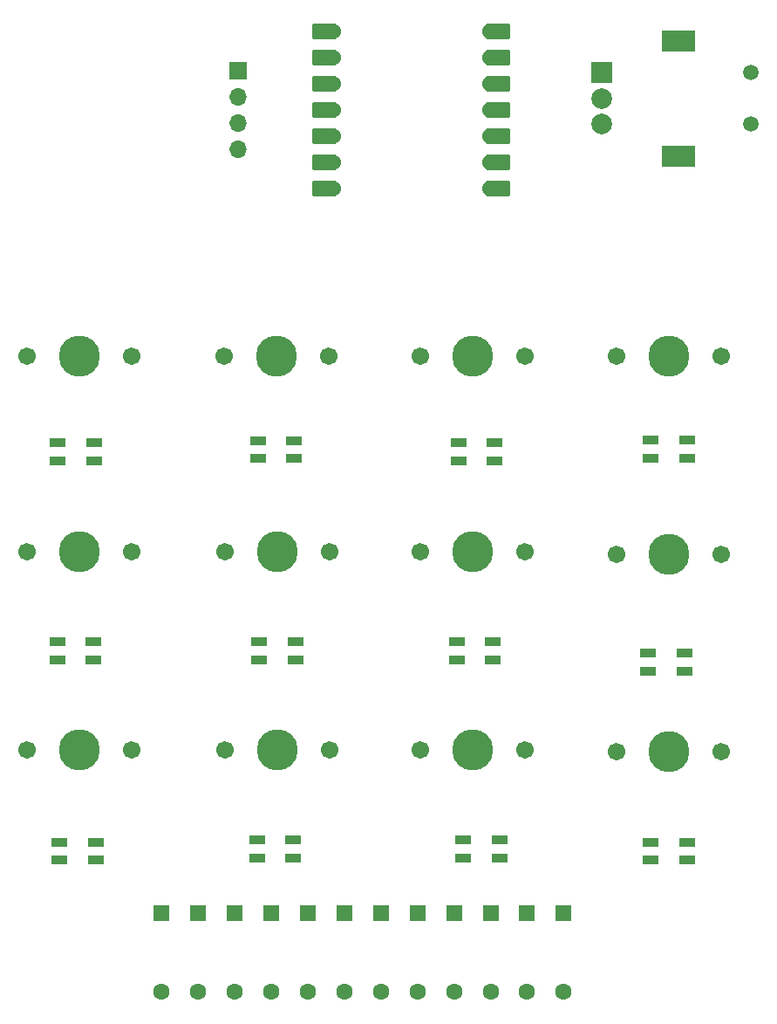
<source format=gbr>
%TF.GenerationSoftware,KiCad,Pcbnew,9.0.2-2.fc42*%
%TF.CreationDate,2025-06-07T11:28:53-05:00*%
%TF.ProjectId,macro_pad,6d616372-6f5f-4706-9164-2e6b69636164,rev?*%
%TF.SameCoordinates,Original*%
%TF.FileFunction,Soldermask,Top*%
%TF.FilePolarity,Negative*%
%FSLAX46Y46*%
G04 Gerber Fmt 4.6, Leading zero omitted, Abs format (unit mm)*
G04 Created by KiCad (PCBNEW 9.0.2-2.fc42) date 2025-06-07 11:28:53*
%MOMM*%
%LPD*%
G01*
G04 APERTURE LIST*
G04 Aperture macros list*
%AMRoundRect*
0 Rectangle with rounded corners*
0 $1 Rounding radius*
0 $2 $3 $4 $5 $6 $7 $8 $9 X,Y pos of 4 corners*
0 Add a 4 corners polygon primitive as box body*
4,1,4,$2,$3,$4,$5,$6,$7,$8,$9,$2,$3,0*
0 Add four circle primitives for the rounded corners*
1,1,$1+$1,$2,$3*
1,1,$1+$1,$4,$5*
1,1,$1+$1,$6,$7*
1,1,$1+$1,$8,$9*
0 Add four rect primitives between the rounded corners*
20,1,$1+$1,$2,$3,$4,$5,0*
20,1,$1+$1,$4,$5,$6,$7,0*
20,1,$1+$1,$6,$7,$8,$9,0*
20,1,$1+$1,$8,$9,$2,$3,0*%
G04 Aperture macros list end*
%ADD10C,1.500000*%
%ADD11R,2.000000X2.000000*%
%ADD12C,2.000000*%
%ADD13R,3.200000X2.000000*%
%ADD14RoundRect,0.152400X1.063600X0.609600X-1.063600X0.609600X-1.063600X-0.609600X1.063600X-0.609600X0*%
%ADD15C,1.524000*%
%ADD16RoundRect,0.152400X-1.063600X-0.609600X1.063600X-0.609600X1.063600X0.609600X-1.063600X0.609600X0*%
%ADD17C,1.701800*%
%ADD18C,3.987800*%
%ADD19R,1.700000X1.700000*%
%ADD20O,1.700000X1.700000*%
%ADD21RoundRect,0.250000X-0.550000X0.550000X-0.550000X-0.550000X0.550000X-0.550000X0.550000X0.550000X0*%
%ADD22C,1.600000*%
%ADD23R,1.600000X0.850000*%
G04 APERTURE END LIST*
D10*
%TO.C,SW13*%
X142175000Y-26100000D03*
X142175000Y-31100000D03*
D11*
X127675000Y-26100000D03*
D12*
X127675000Y-31100000D03*
X127675000Y-28600000D03*
D13*
X135175000Y-23000000D03*
X135175000Y-34200000D03*
%TD*%
D14*
%TO.C,U1*%
X100745000Y-22148500D03*
D15*
X101580000Y-22148500D03*
D14*
X100745000Y-24688500D03*
D15*
X101580000Y-24688500D03*
D14*
X100745000Y-27228500D03*
D15*
X101580000Y-27228500D03*
D14*
X100745000Y-29768500D03*
D15*
X101580000Y-29768500D03*
D14*
X100745000Y-32308500D03*
D15*
X101580000Y-32308500D03*
D14*
X100745000Y-34848500D03*
D15*
X101580000Y-34848500D03*
D14*
X100745000Y-37388500D03*
D15*
X101580000Y-37388500D03*
X116820000Y-37388500D03*
D16*
X117655000Y-37388500D03*
D15*
X116820000Y-34848500D03*
D16*
X117655000Y-34848500D03*
D15*
X116820000Y-32308500D03*
D16*
X117655000Y-32308500D03*
D15*
X116820000Y-29768500D03*
D16*
X117655000Y-29768500D03*
D15*
X116820000Y-27228500D03*
D16*
X117655000Y-27228500D03*
D15*
X116820000Y-24688500D03*
D16*
X117655000Y-24688500D03*
D15*
X116820000Y-22148500D03*
D16*
X117655000Y-22148500D03*
%TD*%
D17*
%TO.C,SW12*%
X129120000Y-92000000D03*
D18*
X134200000Y-92000000D03*
D17*
X139280000Y-92000000D03*
%TD*%
%TO.C,SW11*%
X129120000Y-72800000D03*
D18*
X134200000Y-72800000D03*
D17*
X139280000Y-72800000D03*
%TD*%
%TO.C,SW10*%
X129120000Y-53600000D03*
D18*
X134200000Y-53600000D03*
D17*
X139280000Y-53600000D03*
%TD*%
%TO.C,SW9*%
X110120000Y-53565000D03*
D18*
X115200000Y-53565000D03*
D17*
X120280000Y-53565000D03*
%TD*%
%TO.C,SW8*%
X110120000Y-72600000D03*
D18*
X115200000Y-72600000D03*
D17*
X120280000Y-72600000D03*
%TD*%
%TO.C,SW7*%
X110120000Y-91800000D03*
D18*
X115200000Y-91800000D03*
D17*
X120280000Y-91800000D03*
%TD*%
%TO.C,SW6*%
X91120000Y-72600000D03*
D18*
X96200000Y-72600000D03*
D17*
X101280000Y-72600000D03*
%TD*%
%TO.C,SW5*%
X91000000Y-53565000D03*
D18*
X96080000Y-53565000D03*
D17*
X101160000Y-53565000D03*
%TD*%
%TO.C,SW4*%
X91120000Y-91800000D03*
D18*
X96200000Y-91800000D03*
D17*
X101280000Y-91800000D03*
%TD*%
%TO.C,SW3*%
X71920000Y-91800000D03*
D18*
X77000000Y-91800000D03*
D17*
X82080000Y-91800000D03*
%TD*%
%TO.C,SW2*%
X71920000Y-72600000D03*
D18*
X77000000Y-72600000D03*
D17*
X82080000Y-72600000D03*
%TD*%
%TO.C,SW1*%
X71920000Y-53565000D03*
D18*
X77000000Y-53565000D03*
D17*
X82080000Y-53565000D03*
%TD*%
D19*
%TO.C,J1*%
X92400000Y-25920000D03*
D20*
X92400000Y-28460000D03*
X92400000Y-31000000D03*
X92400000Y-33540000D03*
%TD*%
D21*
%TO.C,D32*%
X124000000Y-107590000D03*
D22*
X124000000Y-115210000D03*
%TD*%
D21*
%TO.C,D31*%
X120450000Y-107590000D03*
D22*
X120450000Y-115210000D03*
%TD*%
D21*
%TO.C,D30*%
X116900000Y-107590000D03*
D22*
X116900000Y-115210000D03*
%TD*%
D21*
%TO.C,D29*%
X113350000Y-107590000D03*
D22*
X113350000Y-115210000D03*
%TD*%
D21*
%TO.C,D24*%
X109800000Y-107590000D03*
D22*
X109800000Y-115210000D03*
%TD*%
D21*
%TO.C,D23*%
X106250000Y-107590000D03*
D22*
X106250000Y-115210000D03*
%TD*%
D21*
%TO.C,D22*%
X102700000Y-107590000D03*
D22*
X102700000Y-115210000D03*
%TD*%
D21*
%TO.C,D21*%
X99150000Y-107590000D03*
D22*
X99150000Y-115210000D03*
%TD*%
D21*
%TO.C,D20*%
X95600000Y-107590000D03*
D22*
X95600000Y-115210000D03*
%TD*%
D21*
%TO.C,D19*%
X92050000Y-107590000D03*
D22*
X92050000Y-115210000D03*
%TD*%
D21*
%TO.C,D18*%
X88500000Y-107590000D03*
D22*
X88500000Y-115210000D03*
%TD*%
%TO.C,D17*%
X84950000Y-115210000D03*
D21*
X84950000Y-107590000D03*
%TD*%
D23*
%TO.C,D15*%
X132450000Y-100725000D03*
X132450000Y-102475000D03*
X135950000Y-102475000D03*
X135950000Y-100725000D03*
%TD*%
%TO.C,D13*%
X132200000Y-82400000D03*
X132200000Y-84150000D03*
X135700000Y-84150000D03*
X135700000Y-82400000D03*
%TD*%
%TO.C,D11*%
X132450000Y-61725000D03*
X132450000Y-63475000D03*
X135950000Y-63475000D03*
X135950000Y-61725000D03*
%TD*%
%TO.C,D9*%
X114250000Y-100525000D03*
X114250000Y-102275000D03*
X117750000Y-102275000D03*
X117750000Y-100525000D03*
%TD*%
%TO.C,D8*%
X113650000Y-81325000D03*
X113650000Y-83075000D03*
X117150000Y-83075000D03*
X117150000Y-81325000D03*
%TD*%
%TO.C,D7*%
X113800000Y-62000000D03*
X113800000Y-63750000D03*
X117300000Y-63750000D03*
X117300000Y-62000000D03*
%TD*%
%TO.C,D6*%
X94250000Y-100525000D03*
X94250000Y-102275000D03*
X97750000Y-102275000D03*
X97750000Y-100525000D03*
%TD*%
%TO.C,D5*%
X94450000Y-81325000D03*
X94450000Y-83075000D03*
X97950000Y-83075000D03*
X97950000Y-81325000D03*
%TD*%
%TO.C,D4*%
X94300000Y-61800000D03*
X94300000Y-63550000D03*
X97800000Y-63550000D03*
X97800000Y-61800000D03*
%TD*%
%TO.C,D3*%
X75050000Y-100725000D03*
X75050000Y-102475000D03*
X78550000Y-102475000D03*
X78550000Y-100725000D03*
%TD*%
%TO.C,D2*%
X74850000Y-81325000D03*
X74850000Y-83075000D03*
X78350000Y-83075000D03*
X78350000Y-81325000D03*
%TD*%
%TO.C,D1*%
X74900000Y-62000000D03*
X74900000Y-63750000D03*
X78400000Y-63750000D03*
X78400000Y-62000000D03*
%TD*%
M02*

</source>
